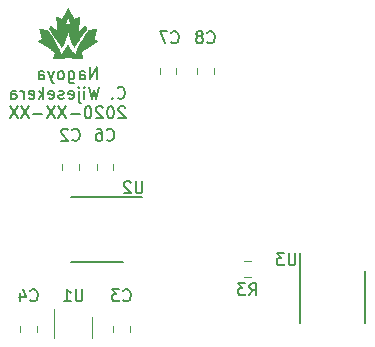
<source format=gbo>
G04 #@! TF.GenerationSoftware,KiCad,Pcbnew,(5.1.5)-3*
G04 #@! TF.CreationDate,2020-09-09T21:25:51-04:00*
G04 #@! TF.ProjectId,telemetry_breakout,74656c65-6d65-4747-9279-5f627265616b,rev?*
G04 #@! TF.SameCoordinates,Original*
G04 #@! TF.FileFunction,Legend,Bot*
G04 #@! TF.FilePolarity,Positive*
%FSLAX46Y46*%
G04 Gerber Fmt 4.6, Leading zero omitted, Abs format (unit mm)*
G04 Created by KiCad (PCBNEW (5.1.5)-3) date 2020-09-09 21:25:51*
%MOMM*%
%LPD*%
G04 APERTURE LIST*
%ADD10C,0.150000*%
%ADD11C,0.120000*%
%ADD12C,0.010000*%
G04 APERTURE END LIST*
D10*
X201637590Y-85035380D02*
X201637590Y-84035380D01*
X201066161Y-85035380D01*
X201066161Y-84035380D01*
X200161400Y-85035380D02*
X200161400Y-84511571D01*
X200209019Y-84416333D01*
X200304257Y-84368714D01*
X200494733Y-84368714D01*
X200589971Y-84416333D01*
X200161400Y-84987761D02*
X200256638Y-85035380D01*
X200494733Y-85035380D01*
X200589971Y-84987761D01*
X200637590Y-84892523D01*
X200637590Y-84797285D01*
X200589971Y-84702047D01*
X200494733Y-84654428D01*
X200256638Y-84654428D01*
X200161400Y-84606809D01*
X199256638Y-84368714D02*
X199256638Y-85178238D01*
X199304257Y-85273476D01*
X199351876Y-85321095D01*
X199447114Y-85368714D01*
X199589971Y-85368714D01*
X199685209Y-85321095D01*
X199256638Y-84987761D02*
X199351876Y-85035380D01*
X199542352Y-85035380D01*
X199637590Y-84987761D01*
X199685209Y-84940142D01*
X199732828Y-84844904D01*
X199732828Y-84559190D01*
X199685209Y-84463952D01*
X199637590Y-84416333D01*
X199542352Y-84368714D01*
X199351876Y-84368714D01*
X199256638Y-84416333D01*
X198637590Y-85035380D02*
X198732828Y-84987761D01*
X198780447Y-84940142D01*
X198828066Y-84844904D01*
X198828066Y-84559190D01*
X198780447Y-84463952D01*
X198732828Y-84416333D01*
X198637590Y-84368714D01*
X198494733Y-84368714D01*
X198399495Y-84416333D01*
X198351876Y-84463952D01*
X198304257Y-84559190D01*
X198304257Y-84844904D01*
X198351876Y-84940142D01*
X198399495Y-84987761D01*
X198494733Y-85035380D01*
X198637590Y-85035380D01*
X197970923Y-84368714D02*
X197732828Y-85035380D01*
X197494733Y-84368714D02*
X197732828Y-85035380D01*
X197828066Y-85273476D01*
X197875685Y-85321095D01*
X197970923Y-85368714D01*
X196685209Y-85035380D02*
X196685209Y-84511571D01*
X196732828Y-84416333D01*
X196828066Y-84368714D01*
X197018542Y-84368714D01*
X197113780Y-84416333D01*
X196685209Y-84987761D02*
X196780447Y-85035380D01*
X197018542Y-85035380D01*
X197113780Y-84987761D01*
X197161400Y-84892523D01*
X197161400Y-84797285D01*
X197113780Y-84702047D01*
X197018542Y-84654428D01*
X196780447Y-84654428D01*
X196685209Y-84606809D01*
X203375685Y-86590142D02*
X203423304Y-86637761D01*
X203566161Y-86685380D01*
X203661400Y-86685380D01*
X203804257Y-86637761D01*
X203899495Y-86542523D01*
X203947114Y-86447285D01*
X203994733Y-86256809D01*
X203994733Y-86113952D01*
X203947114Y-85923476D01*
X203899495Y-85828238D01*
X203804257Y-85733000D01*
X203661400Y-85685380D01*
X203566161Y-85685380D01*
X203423304Y-85733000D01*
X203375685Y-85780619D01*
X202947114Y-86590142D02*
X202899495Y-86637761D01*
X202947114Y-86685380D01*
X202994733Y-86637761D01*
X202947114Y-86590142D01*
X202947114Y-86685380D01*
X201804257Y-85685380D02*
X201566161Y-86685380D01*
X201375685Y-85971095D01*
X201185209Y-86685380D01*
X200947114Y-85685380D01*
X200566161Y-86685380D02*
X200566161Y-86018714D01*
X200566161Y-85685380D02*
X200613780Y-85733000D01*
X200566161Y-85780619D01*
X200518542Y-85733000D01*
X200566161Y-85685380D01*
X200566161Y-85780619D01*
X200089971Y-86018714D02*
X200089971Y-86875857D01*
X200137590Y-86971095D01*
X200232828Y-87018714D01*
X200280447Y-87018714D01*
X200089971Y-85685380D02*
X200137590Y-85733000D01*
X200089971Y-85780619D01*
X200042352Y-85733000D01*
X200089971Y-85685380D01*
X200089971Y-85780619D01*
X199232828Y-86637761D02*
X199328066Y-86685380D01*
X199518542Y-86685380D01*
X199613780Y-86637761D01*
X199661400Y-86542523D01*
X199661400Y-86161571D01*
X199613780Y-86066333D01*
X199518542Y-86018714D01*
X199328066Y-86018714D01*
X199232828Y-86066333D01*
X199185209Y-86161571D01*
X199185209Y-86256809D01*
X199661400Y-86352047D01*
X198804257Y-86637761D02*
X198709019Y-86685380D01*
X198518542Y-86685380D01*
X198423304Y-86637761D01*
X198375685Y-86542523D01*
X198375685Y-86494904D01*
X198423304Y-86399666D01*
X198518542Y-86352047D01*
X198661400Y-86352047D01*
X198756638Y-86304428D01*
X198804257Y-86209190D01*
X198804257Y-86161571D01*
X198756638Y-86066333D01*
X198661400Y-86018714D01*
X198518542Y-86018714D01*
X198423304Y-86066333D01*
X197566161Y-86637761D02*
X197661400Y-86685380D01*
X197851876Y-86685380D01*
X197947114Y-86637761D01*
X197994733Y-86542523D01*
X197994733Y-86161571D01*
X197947114Y-86066333D01*
X197851876Y-86018714D01*
X197661400Y-86018714D01*
X197566161Y-86066333D01*
X197518542Y-86161571D01*
X197518542Y-86256809D01*
X197994733Y-86352047D01*
X197089971Y-86685380D02*
X197089971Y-85685380D01*
X196994733Y-86304428D02*
X196709019Y-86685380D01*
X196709019Y-86018714D02*
X197089971Y-86399666D01*
X195899495Y-86637761D02*
X195994733Y-86685380D01*
X196185209Y-86685380D01*
X196280447Y-86637761D01*
X196328066Y-86542523D01*
X196328066Y-86161571D01*
X196280447Y-86066333D01*
X196185209Y-86018714D01*
X195994733Y-86018714D01*
X195899495Y-86066333D01*
X195851876Y-86161571D01*
X195851876Y-86256809D01*
X196328066Y-86352047D01*
X195423304Y-86685380D02*
X195423304Y-86018714D01*
X195423304Y-86209190D02*
X195375685Y-86113952D01*
X195328066Y-86066333D01*
X195232828Y-86018714D01*
X195137590Y-86018714D01*
X194375685Y-86685380D02*
X194375685Y-86161571D01*
X194423304Y-86066333D01*
X194518542Y-86018714D01*
X194709019Y-86018714D01*
X194804257Y-86066333D01*
X194375685Y-86637761D02*
X194470923Y-86685380D01*
X194709019Y-86685380D01*
X194804257Y-86637761D01*
X194851876Y-86542523D01*
X194851876Y-86447285D01*
X194804257Y-86352047D01*
X194709019Y-86304428D01*
X194470923Y-86304428D01*
X194375685Y-86256809D01*
X204018542Y-87430619D02*
X203970923Y-87383000D01*
X203875685Y-87335380D01*
X203637590Y-87335380D01*
X203542352Y-87383000D01*
X203494733Y-87430619D01*
X203447114Y-87525857D01*
X203447114Y-87621095D01*
X203494733Y-87763952D01*
X204066161Y-88335380D01*
X203447114Y-88335380D01*
X202828066Y-87335380D02*
X202732828Y-87335380D01*
X202637590Y-87383000D01*
X202589971Y-87430619D01*
X202542352Y-87525857D01*
X202494733Y-87716333D01*
X202494733Y-87954428D01*
X202542352Y-88144904D01*
X202589971Y-88240142D01*
X202637590Y-88287761D01*
X202732828Y-88335380D01*
X202828066Y-88335380D01*
X202923304Y-88287761D01*
X202970923Y-88240142D01*
X203018542Y-88144904D01*
X203066161Y-87954428D01*
X203066161Y-87716333D01*
X203018542Y-87525857D01*
X202970923Y-87430619D01*
X202923304Y-87383000D01*
X202828066Y-87335380D01*
X202113780Y-87430619D02*
X202066161Y-87383000D01*
X201970923Y-87335380D01*
X201732828Y-87335380D01*
X201637590Y-87383000D01*
X201589971Y-87430619D01*
X201542352Y-87525857D01*
X201542352Y-87621095D01*
X201589971Y-87763952D01*
X202161400Y-88335380D01*
X201542352Y-88335380D01*
X200923304Y-87335380D02*
X200828066Y-87335380D01*
X200732828Y-87383000D01*
X200685209Y-87430619D01*
X200637590Y-87525857D01*
X200589971Y-87716333D01*
X200589971Y-87954428D01*
X200637590Y-88144904D01*
X200685209Y-88240142D01*
X200732828Y-88287761D01*
X200828066Y-88335380D01*
X200923304Y-88335380D01*
X201018542Y-88287761D01*
X201066161Y-88240142D01*
X201113780Y-88144904D01*
X201161400Y-87954428D01*
X201161400Y-87716333D01*
X201113780Y-87525857D01*
X201066161Y-87430619D01*
X201018542Y-87383000D01*
X200923304Y-87335380D01*
X200161400Y-87954428D02*
X199399495Y-87954428D01*
X199018542Y-87335380D02*
X198351876Y-88335380D01*
X198351876Y-87335380D02*
X199018542Y-88335380D01*
X198066161Y-87335380D02*
X197399495Y-88335380D01*
X197399495Y-87335380D02*
X198066161Y-88335380D01*
X197018542Y-87954428D02*
X196256638Y-87954428D01*
X195875685Y-87335380D02*
X195209019Y-88335380D01*
X195209019Y-87335380D02*
X195875685Y-88335380D01*
X194923304Y-87335380D02*
X194256638Y-88335380D01*
X194256638Y-87335380D02*
X194923304Y-88335380D01*
D11*
X214637252Y-101802000D02*
X214114748Y-101802000D01*
X214637252Y-100382000D02*
X214114748Y-100382000D01*
X210110000Y-84589252D02*
X210110000Y-84066748D01*
X211530000Y-84589252D02*
X211530000Y-84066748D01*
X206935000Y-84589252D02*
X206935000Y-84066748D01*
X208355000Y-84589252D02*
X208355000Y-84066748D01*
D12*
G36*
X199153486Y-79050905D02*
G01*
X199142884Y-79068069D01*
X199126667Y-79095494D01*
X199105383Y-79132215D01*
X199079583Y-79177269D01*
X199049817Y-79229690D01*
X199016635Y-79288515D01*
X198980587Y-79352778D01*
X198942224Y-79421517D01*
X198908953Y-79481394D01*
X198869031Y-79553367D01*
X198831002Y-79621895D01*
X198795417Y-79685988D01*
X198762826Y-79744656D01*
X198733781Y-79796908D01*
X198708831Y-79841755D01*
X198688527Y-79878205D01*
X198673420Y-79905270D01*
X198664061Y-79921958D01*
X198661066Y-79927197D01*
X198656843Y-79928601D01*
X198646990Y-79926950D01*
X198630487Y-79921851D01*
X198606310Y-79912909D01*
X198573438Y-79899728D01*
X198530849Y-79881916D01*
X198477520Y-79859076D01*
X198420617Y-79834385D01*
X198367171Y-79811260D01*
X198317767Y-79790198D01*
X198273845Y-79771790D01*
X198236843Y-79756625D01*
X198208201Y-79745293D01*
X198189357Y-79738382D01*
X198181749Y-79736482D01*
X198181700Y-79736517D01*
X198181720Y-79743923D01*
X198183005Y-79764208D01*
X198185470Y-79796399D01*
X198189029Y-79839522D01*
X198193595Y-79892605D01*
X198199082Y-79954673D01*
X198205405Y-80024755D01*
X198212476Y-80101876D01*
X198220210Y-80185064D01*
X198228520Y-80273345D01*
X198237320Y-80365747D01*
X198238794Y-80381113D01*
X198247679Y-80474058D01*
X198256118Y-80563014D01*
X198264021Y-80647010D01*
X198271301Y-80725077D01*
X198277868Y-80796244D01*
X198283636Y-80859541D01*
X198288515Y-80913998D01*
X198292417Y-80958643D01*
X198295254Y-80992507D01*
X198296938Y-81014619D01*
X198297380Y-81024010D01*
X198297327Y-81024269D01*
X198291748Y-81020311D01*
X198276712Y-81007887D01*
X198253143Y-80987803D01*
X198221966Y-80960863D01*
X198184104Y-80927873D01*
X198140482Y-80889636D01*
X198092024Y-80846959D01*
X198039655Y-80800646D01*
X197993339Y-80759540D01*
X197938292Y-80710694D01*
X197886300Y-80664723D01*
X197838300Y-80622445D01*
X197795226Y-80584676D01*
X197758015Y-80552233D01*
X197727603Y-80525931D01*
X197704925Y-80506587D01*
X197690918Y-80495018D01*
X197686547Y-80491905D01*
X197684422Y-80493463D01*
X197681158Y-80498908D01*
X197676301Y-80509398D01*
X197669399Y-80526089D01*
X197659999Y-80550138D01*
X197647649Y-80582702D01*
X197631897Y-80624939D01*
X197612289Y-80678004D01*
X197589647Y-80739583D01*
X197568973Y-80795892D01*
X197628274Y-80864302D01*
X197704784Y-80954806D01*
X197785033Y-81053895D01*
X197867896Y-81159960D01*
X197952247Y-81271391D01*
X198036960Y-81386578D01*
X198120910Y-81503911D01*
X198202971Y-81621779D01*
X198282018Y-81738573D01*
X198356924Y-81852683D01*
X198426564Y-81962499D01*
X198489813Y-82066410D01*
X198545544Y-82162807D01*
X198579208Y-82224437D01*
X198616999Y-82295623D01*
X198639955Y-82262258D01*
X198683716Y-82193895D01*
X198729061Y-82114222D01*
X198774900Y-82025587D01*
X198820143Y-81930337D01*
X198863698Y-81830821D01*
X198904475Y-81729387D01*
X198941384Y-81628383D01*
X198959592Y-81574014D01*
X198992425Y-81466980D01*
X199025289Y-81349397D01*
X199057355Y-81224606D01*
X199087795Y-81095948D01*
X199115781Y-80966766D01*
X199137554Y-80856197D01*
X199157271Y-80750764D01*
X199193096Y-80929266D01*
X199232687Y-81115152D01*
X199274393Y-81288290D01*
X199318590Y-81449738D01*
X199365653Y-81600556D01*
X199415957Y-81741803D01*
X199469878Y-81874539D01*
X199527791Y-81999822D01*
X199590070Y-82118714D01*
X199651131Y-82222689D01*
X199667756Y-82249104D01*
X199681968Y-82270856D01*
X199692043Y-82285356D01*
X199695954Y-82289989D01*
X199701119Y-82285639D01*
X199710734Y-82271340D01*
X199723163Y-82249659D01*
X199730437Y-82235849D01*
X199770885Y-82160484D01*
X199819509Y-82076061D01*
X199875321Y-81983995D01*
X199937334Y-81885702D01*
X200004559Y-81782597D01*
X200076009Y-81676097D01*
X200150696Y-81567616D01*
X200227631Y-81458572D01*
X200305826Y-81350379D01*
X200384294Y-81244454D01*
X200462047Y-81142213D01*
X200538096Y-81045070D01*
X200611453Y-80954442D01*
X200681131Y-80871745D01*
X200687567Y-80864302D01*
X200746867Y-80795892D01*
X200726194Y-80739583D01*
X200702496Y-80675136D01*
X200683084Y-80622618D01*
X200667508Y-80580874D01*
X200655315Y-80548748D01*
X200646053Y-80525082D01*
X200639270Y-80508722D01*
X200634514Y-80498510D01*
X200631333Y-80493291D01*
X200629368Y-80491905D01*
X200623278Y-80496401D01*
X200607736Y-80509345D01*
X200583680Y-80529921D01*
X200552045Y-80557313D01*
X200513766Y-80590706D01*
X200469780Y-80629283D01*
X200421022Y-80672228D01*
X200368429Y-80718726D01*
X200322499Y-80759462D01*
X200267536Y-80808191D01*
X200215713Y-80853962D01*
X200167954Y-80895973D01*
X200125182Y-80933418D01*
X200088322Y-80965492D01*
X200058298Y-80991390D01*
X200036034Y-81010309D01*
X200022455Y-81021444D01*
X200018436Y-81024192D01*
X200018675Y-81017009D01*
X200020170Y-80996944D01*
X200022833Y-80964966D01*
X200026575Y-80922047D01*
X200031307Y-80869155D01*
X200036941Y-80807261D01*
X200043389Y-80737336D01*
X200050562Y-80660350D01*
X200058373Y-80577272D01*
X200066731Y-80489073D01*
X200067811Y-80477759D01*
X199410780Y-80477759D01*
X199408237Y-80478501D01*
X199398012Y-80470970D01*
X199382232Y-80456764D01*
X199380190Y-80454806D01*
X199355572Y-80434313D01*
X199324982Y-80413308D01*
X199297098Y-80397429D01*
X199234988Y-80373844D01*
X199171939Y-80363774D01*
X199109327Y-80367010D01*
X199048528Y-80383343D01*
X198990919Y-80412563D01*
X198940948Y-80451553D01*
X198923138Y-80467419D01*
X198910496Y-80477124D01*
X198905108Y-80479124D01*
X198905219Y-80477987D01*
X198907903Y-80469617D01*
X198914353Y-80449151D01*
X198924196Y-80417781D01*
X198937059Y-80376698D01*
X198952570Y-80327096D01*
X198970356Y-80270164D01*
X198990043Y-80207097D01*
X199011260Y-80139085D01*
X199032520Y-80070891D01*
X199054753Y-79999600D01*
X199075742Y-79932371D01*
X199095127Y-79870361D01*
X199112543Y-79814728D01*
X199127629Y-79766628D01*
X199140020Y-79727219D01*
X199149354Y-79697658D01*
X199155269Y-79679103D01*
X199157396Y-79672712D01*
X199159630Y-79678888D01*
X199165635Y-79697210D01*
X199175048Y-79726536D01*
X199187509Y-79765722D01*
X199202655Y-79813624D01*
X199220126Y-79869100D01*
X199239559Y-79931005D01*
X199260593Y-79998196D01*
X199282817Y-80069370D01*
X199305199Y-80141109D01*
X199326409Y-80209032D01*
X199346076Y-80271951D01*
X199363827Y-80328677D01*
X199379288Y-80378021D01*
X199392089Y-80418795D01*
X199401856Y-80449811D01*
X199408217Y-80469879D01*
X199410780Y-80477759D01*
X200067811Y-80477759D01*
X200075550Y-80396724D01*
X200077047Y-80381113D01*
X200085918Y-80288131D01*
X200094312Y-80199110D01*
X200102143Y-80115023D01*
X200109324Y-80036843D01*
X200115769Y-79965543D01*
X200121392Y-79902098D01*
X200126107Y-79847479D01*
X200129828Y-79802661D01*
X200132469Y-79768617D01*
X200133943Y-79746320D01*
X200134165Y-79736742D01*
X200134077Y-79736454D01*
X200126914Y-79738128D01*
X200108462Y-79744832D01*
X200080164Y-79755974D01*
X200043462Y-79770966D01*
X199999801Y-79789218D01*
X199950625Y-79810139D01*
X199897376Y-79833139D01*
X199896275Y-79833618D01*
X199843014Y-79856770D01*
X199793894Y-79878069D01*
X199750347Y-79896899D01*
X199713804Y-79912642D01*
X199685695Y-79924683D01*
X199667451Y-79932405D01*
X199660505Y-79935191D01*
X199660491Y-79935192D01*
X199656815Y-79929261D01*
X199646940Y-79912103D01*
X199631398Y-79884672D01*
X199610723Y-79847922D01*
X199585448Y-79802806D01*
X199556107Y-79750279D01*
X199523233Y-79691293D01*
X199487360Y-79626804D01*
X199449022Y-79557763D01*
X199411489Y-79490066D01*
X199371251Y-79417606D01*
X199332868Y-79348811D01*
X199296884Y-79284636D01*
X199263842Y-79226036D01*
X199234287Y-79173967D01*
X199208762Y-79129382D01*
X199187813Y-79093238D01*
X199171982Y-79066489D01*
X199161815Y-79050091D01*
X199157920Y-79044967D01*
X199153486Y-79050905D01*
G37*
X199153486Y-79050905D02*
X199142884Y-79068069D01*
X199126667Y-79095494D01*
X199105383Y-79132215D01*
X199079583Y-79177269D01*
X199049817Y-79229690D01*
X199016635Y-79288515D01*
X198980587Y-79352778D01*
X198942224Y-79421517D01*
X198908953Y-79481394D01*
X198869031Y-79553367D01*
X198831002Y-79621895D01*
X198795417Y-79685988D01*
X198762826Y-79744656D01*
X198733781Y-79796908D01*
X198708831Y-79841755D01*
X198688527Y-79878205D01*
X198673420Y-79905270D01*
X198664061Y-79921958D01*
X198661066Y-79927197D01*
X198656843Y-79928601D01*
X198646990Y-79926950D01*
X198630487Y-79921851D01*
X198606310Y-79912909D01*
X198573438Y-79899728D01*
X198530849Y-79881916D01*
X198477520Y-79859076D01*
X198420617Y-79834385D01*
X198367171Y-79811260D01*
X198317767Y-79790198D01*
X198273845Y-79771790D01*
X198236843Y-79756625D01*
X198208201Y-79745293D01*
X198189357Y-79738382D01*
X198181749Y-79736482D01*
X198181700Y-79736517D01*
X198181720Y-79743923D01*
X198183005Y-79764208D01*
X198185470Y-79796399D01*
X198189029Y-79839522D01*
X198193595Y-79892605D01*
X198199082Y-79954673D01*
X198205405Y-80024755D01*
X198212476Y-80101876D01*
X198220210Y-80185064D01*
X198228520Y-80273345D01*
X198237320Y-80365747D01*
X198238794Y-80381113D01*
X198247679Y-80474058D01*
X198256118Y-80563014D01*
X198264021Y-80647010D01*
X198271301Y-80725077D01*
X198277868Y-80796244D01*
X198283636Y-80859541D01*
X198288515Y-80913998D01*
X198292417Y-80958643D01*
X198295254Y-80992507D01*
X198296938Y-81014619D01*
X198297380Y-81024010D01*
X198297327Y-81024269D01*
X198291748Y-81020311D01*
X198276712Y-81007887D01*
X198253143Y-80987803D01*
X198221966Y-80960863D01*
X198184104Y-80927873D01*
X198140482Y-80889636D01*
X198092024Y-80846959D01*
X198039655Y-80800646D01*
X197993339Y-80759540D01*
X197938292Y-80710694D01*
X197886300Y-80664723D01*
X197838300Y-80622445D01*
X197795226Y-80584676D01*
X197758015Y-80552233D01*
X197727603Y-80525931D01*
X197704925Y-80506587D01*
X197690918Y-80495018D01*
X197686547Y-80491905D01*
X197684422Y-80493463D01*
X197681158Y-80498908D01*
X197676301Y-80509398D01*
X197669399Y-80526089D01*
X197659999Y-80550138D01*
X197647649Y-80582702D01*
X197631897Y-80624939D01*
X197612289Y-80678004D01*
X197589647Y-80739583D01*
X197568973Y-80795892D01*
X197628274Y-80864302D01*
X197704784Y-80954806D01*
X197785033Y-81053895D01*
X197867896Y-81159960D01*
X197952247Y-81271391D01*
X198036960Y-81386578D01*
X198120910Y-81503911D01*
X198202971Y-81621779D01*
X198282018Y-81738573D01*
X198356924Y-81852683D01*
X198426564Y-81962499D01*
X198489813Y-82066410D01*
X198545544Y-82162807D01*
X198579208Y-82224437D01*
X198616999Y-82295623D01*
X198639955Y-82262258D01*
X198683716Y-82193895D01*
X198729061Y-82114222D01*
X198774900Y-82025587D01*
X198820143Y-81930337D01*
X198863698Y-81830821D01*
X198904475Y-81729387D01*
X198941384Y-81628383D01*
X198959592Y-81574014D01*
X198992425Y-81466980D01*
X199025289Y-81349397D01*
X199057355Y-81224606D01*
X199087795Y-81095948D01*
X199115781Y-80966766D01*
X199137554Y-80856197D01*
X199157271Y-80750764D01*
X199193096Y-80929266D01*
X199232687Y-81115152D01*
X199274393Y-81288290D01*
X199318590Y-81449738D01*
X199365653Y-81600556D01*
X199415957Y-81741803D01*
X199469878Y-81874539D01*
X199527791Y-81999822D01*
X199590070Y-82118714D01*
X199651131Y-82222689D01*
X199667756Y-82249104D01*
X199681968Y-82270856D01*
X199692043Y-82285356D01*
X199695954Y-82289989D01*
X199701119Y-82285639D01*
X199710734Y-82271340D01*
X199723163Y-82249659D01*
X199730437Y-82235849D01*
X199770885Y-82160484D01*
X199819509Y-82076061D01*
X199875321Y-81983995D01*
X199937334Y-81885702D01*
X200004559Y-81782597D01*
X200076009Y-81676097D01*
X200150696Y-81567616D01*
X200227631Y-81458572D01*
X200305826Y-81350379D01*
X200384294Y-81244454D01*
X200462047Y-81142213D01*
X200538096Y-81045070D01*
X200611453Y-80954442D01*
X200681131Y-80871745D01*
X200687567Y-80864302D01*
X200746867Y-80795892D01*
X200726194Y-80739583D01*
X200702496Y-80675136D01*
X200683084Y-80622618D01*
X200667508Y-80580874D01*
X200655315Y-80548748D01*
X200646053Y-80525082D01*
X200639270Y-80508722D01*
X200634514Y-80498510D01*
X200631333Y-80493291D01*
X200629368Y-80491905D01*
X200623278Y-80496401D01*
X200607736Y-80509345D01*
X200583680Y-80529921D01*
X200552045Y-80557313D01*
X200513766Y-80590706D01*
X200469780Y-80629283D01*
X200421022Y-80672228D01*
X200368429Y-80718726D01*
X200322499Y-80759462D01*
X200267536Y-80808191D01*
X200215713Y-80853962D01*
X200167954Y-80895973D01*
X200125182Y-80933418D01*
X200088322Y-80965492D01*
X200058298Y-80991390D01*
X200036034Y-81010309D01*
X200022455Y-81021444D01*
X200018436Y-81024192D01*
X200018675Y-81017009D01*
X200020170Y-80996944D01*
X200022833Y-80964966D01*
X200026575Y-80922047D01*
X200031307Y-80869155D01*
X200036941Y-80807261D01*
X200043389Y-80737336D01*
X200050562Y-80660350D01*
X200058373Y-80577272D01*
X200066731Y-80489073D01*
X200067811Y-80477759D01*
X199410780Y-80477759D01*
X199408237Y-80478501D01*
X199398012Y-80470970D01*
X199382232Y-80456764D01*
X199380190Y-80454806D01*
X199355572Y-80434313D01*
X199324982Y-80413308D01*
X199297098Y-80397429D01*
X199234988Y-80373844D01*
X199171939Y-80363774D01*
X199109327Y-80367010D01*
X199048528Y-80383343D01*
X198990919Y-80412563D01*
X198940948Y-80451553D01*
X198923138Y-80467419D01*
X198910496Y-80477124D01*
X198905108Y-80479124D01*
X198905219Y-80477987D01*
X198907903Y-80469617D01*
X198914353Y-80449151D01*
X198924196Y-80417781D01*
X198937059Y-80376698D01*
X198952570Y-80327096D01*
X198970356Y-80270164D01*
X198990043Y-80207097D01*
X199011260Y-80139085D01*
X199032520Y-80070891D01*
X199054753Y-79999600D01*
X199075742Y-79932371D01*
X199095127Y-79870361D01*
X199112543Y-79814728D01*
X199127629Y-79766628D01*
X199140020Y-79727219D01*
X199149354Y-79697658D01*
X199155269Y-79679103D01*
X199157396Y-79672712D01*
X199159630Y-79678888D01*
X199165635Y-79697210D01*
X199175048Y-79726536D01*
X199187509Y-79765722D01*
X199202655Y-79813624D01*
X199220126Y-79869100D01*
X199239559Y-79931005D01*
X199260593Y-79998196D01*
X199282817Y-80069370D01*
X199305199Y-80141109D01*
X199326409Y-80209032D01*
X199346076Y-80271951D01*
X199363827Y-80328677D01*
X199379288Y-80378021D01*
X199392089Y-80418795D01*
X199401856Y-80449811D01*
X199408217Y-80469879D01*
X199410780Y-80477759D01*
X200067811Y-80477759D01*
X200075550Y-80396724D01*
X200077047Y-80381113D01*
X200085918Y-80288131D01*
X200094312Y-80199110D01*
X200102143Y-80115023D01*
X200109324Y-80036843D01*
X200115769Y-79965543D01*
X200121392Y-79902098D01*
X200126107Y-79847479D01*
X200129828Y-79802661D01*
X200132469Y-79768617D01*
X200133943Y-79746320D01*
X200134165Y-79736742D01*
X200134077Y-79736454D01*
X200126914Y-79738128D01*
X200108462Y-79744832D01*
X200080164Y-79755974D01*
X200043462Y-79770966D01*
X199999801Y-79789218D01*
X199950625Y-79810139D01*
X199897376Y-79833139D01*
X199896275Y-79833618D01*
X199843014Y-79856770D01*
X199793894Y-79878069D01*
X199750347Y-79896899D01*
X199713804Y-79912642D01*
X199685695Y-79924683D01*
X199667451Y-79932405D01*
X199660505Y-79935191D01*
X199660491Y-79935192D01*
X199656815Y-79929261D01*
X199646940Y-79912103D01*
X199631398Y-79884672D01*
X199610723Y-79847922D01*
X199585448Y-79802806D01*
X199556107Y-79750279D01*
X199523233Y-79691293D01*
X199487360Y-79626804D01*
X199449022Y-79557763D01*
X199411489Y-79490066D01*
X199371251Y-79417606D01*
X199332868Y-79348811D01*
X199296884Y-79284636D01*
X199263842Y-79226036D01*
X199234287Y-79173967D01*
X199208762Y-79129382D01*
X199187813Y-79093238D01*
X199171982Y-79066489D01*
X199161815Y-79050091D01*
X199157920Y-79044967D01*
X199153486Y-79050905D01*
G36*
X201560703Y-80746970D02*
G01*
X201541367Y-80750400D01*
X201511048Y-80756030D01*
X201471081Y-80763605D01*
X201422801Y-80772871D01*
X201367541Y-80783572D01*
X201306638Y-80795455D01*
X201241424Y-80808263D01*
X201240306Y-80808484D01*
X201159723Y-80824474D01*
X201091925Y-80838182D01*
X201036004Y-80849815D01*
X200991052Y-80859580D01*
X200956161Y-80867683D01*
X200930422Y-80874330D01*
X200912926Y-80879729D01*
X200902767Y-80884085D01*
X200900298Y-80885804D01*
X200887826Y-80899227D01*
X200868674Y-80922656D01*
X200843953Y-80954566D01*
X200814776Y-80993433D01*
X200782256Y-81037732D01*
X200747504Y-81085937D01*
X200711633Y-81136524D01*
X200675756Y-81187969D01*
X200640985Y-81238745D01*
X200619127Y-81271234D01*
X200515858Y-81430334D01*
X200414681Y-81594776D01*
X200316746Y-81762429D01*
X200223201Y-81931163D01*
X200135198Y-82098847D01*
X200053887Y-82263352D01*
X199980416Y-82422546D01*
X199916618Y-82572617D01*
X199900534Y-82613630D01*
X199883050Y-82660438D01*
X199864989Y-82710618D01*
X199847170Y-82761749D01*
X199830413Y-82811409D01*
X199815540Y-82857176D01*
X199803370Y-82896629D01*
X199794724Y-82927346D01*
X199791011Y-82943372D01*
X199786753Y-82960015D01*
X199782280Y-82968845D01*
X199781323Y-82969274D01*
X199774646Y-82964234D01*
X199760328Y-82950142D01*
X199739754Y-82928541D01*
X199714312Y-82900973D01*
X199685384Y-82868981D01*
X199654358Y-82834108D01*
X199622618Y-82797897D01*
X199591549Y-82761889D01*
X199562536Y-82727628D01*
X199541351Y-82702040D01*
X199476469Y-82620140D01*
X199416720Y-82539123D01*
X199359983Y-82455812D01*
X199304132Y-82367035D01*
X199247046Y-82269615D01*
X199220588Y-82222471D01*
X199200887Y-82187757D01*
X199183234Y-82158166D01*
X199168780Y-82135505D01*
X199158672Y-82121579D01*
X199154141Y-82118088D01*
X199148874Y-82126146D01*
X199138557Y-82143848D01*
X199124695Y-82168556D01*
X199109222Y-82196836D01*
X199032311Y-82332716D01*
X198954153Y-82457810D01*
X198872690Y-82575225D01*
X198785863Y-82688070D01*
X198775063Y-82701357D01*
X198748619Y-82733211D01*
X198719016Y-82768040D01*
X198687633Y-82804306D01*
X198655855Y-82840468D01*
X198625061Y-82874989D01*
X198596634Y-82906329D01*
X198571955Y-82932948D01*
X198552408Y-82953309D01*
X198539372Y-82965872D01*
X198534517Y-82969274D01*
X198530271Y-82963181D01*
X198525790Y-82948069D01*
X198524829Y-82943372D01*
X198519414Y-82920926D01*
X198509851Y-82887900D01*
X198496960Y-82846717D01*
X198481562Y-82799799D01*
X198464476Y-82749567D01*
X198446524Y-82698443D01*
X198428527Y-82648849D01*
X198411303Y-82603206D01*
X198399222Y-82572617D01*
X198335908Y-82423701D01*
X198263741Y-82267261D01*
X198183882Y-82105442D01*
X198097488Y-81940390D01*
X198005717Y-81774251D01*
X197909728Y-81609171D01*
X197810678Y-81447296D01*
X197709725Y-81290772D01*
X197697405Y-81272251D01*
X197664022Y-81222822D01*
X197628789Y-81171694D01*
X197592815Y-81120389D01*
X197557212Y-81070430D01*
X197523088Y-81023339D01*
X197491555Y-80980639D01*
X197463722Y-80943854D01*
X197440700Y-80914504D01*
X197423598Y-80894114D01*
X197415847Y-80886079D01*
X197408494Y-80882111D01*
X197393609Y-80877066D01*
X197370343Y-80870752D01*
X197337848Y-80862977D01*
X197295276Y-80853547D01*
X197241776Y-80842271D01*
X197176502Y-80828955D01*
X197098605Y-80813407D01*
X197075839Y-80808908D01*
X197010534Y-80796064D01*
X196949516Y-80784137D01*
X196894119Y-80773382D01*
X196845676Y-80764055D01*
X196805522Y-80756412D01*
X196774991Y-80750708D01*
X196755415Y-80747198D01*
X196748129Y-80746137D01*
X196748118Y-80746143D01*
X196749529Y-80752843D01*
X196754043Y-80771646D01*
X196761308Y-80801171D01*
X196770976Y-80840039D01*
X196782696Y-80886869D01*
X196796118Y-80940282D01*
X196810891Y-80998897D01*
X196826667Y-81061334D01*
X196843093Y-81126214D01*
X196859821Y-81192155D01*
X196876501Y-81257779D01*
X196892781Y-81321704D01*
X196908313Y-81382551D01*
X196922745Y-81438940D01*
X196935728Y-81489491D01*
X196946912Y-81532823D01*
X196955946Y-81567557D01*
X196962480Y-81592312D01*
X196966165Y-81605708D01*
X196966324Y-81606241D01*
X196964635Y-81611541D01*
X196956332Y-81619598D01*
X196940341Y-81631116D01*
X196915585Y-81646804D01*
X196880987Y-81667366D01*
X196835471Y-81693511D01*
X196819935Y-81702317D01*
X196778705Y-81725840D01*
X196741816Y-81747285D01*
X196710906Y-81765666D01*
X196687614Y-81779997D01*
X196673579Y-81789294D01*
X196670112Y-81792400D01*
X196675825Y-81796811D01*
X196692491Y-81808347D01*
X196719397Y-81826538D01*
X196755833Y-81850913D01*
X196801088Y-81881004D01*
X196854450Y-81916340D01*
X196915208Y-81956452D01*
X196982651Y-82000870D01*
X197056068Y-82049125D01*
X197134747Y-82100746D01*
X197217977Y-82155264D01*
X197305048Y-82212210D01*
X197372881Y-82256515D01*
X197462391Y-82315002D01*
X197548600Y-82371441D01*
X197630795Y-82425360D01*
X197708264Y-82476288D01*
X197780297Y-82523752D01*
X197846182Y-82567282D01*
X197905206Y-82606407D01*
X197956659Y-82640654D01*
X197999828Y-82669551D01*
X198034002Y-82692629D01*
X198058470Y-82709414D01*
X198072519Y-82719436D01*
X198075791Y-82722233D01*
X198073783Y-82730185D01*
X198067995Y-82749948D01*
X198058873Y-82780073D01*
X198046863Y-82819109D01*
X198032413Y-82865609D01*
X198015970Y-82918123D01*
X197997979Y-82975200D01*
X197991501Y-82995667D01*
X197973213Y-83053842D01*
X197956509Y-83107858D01*
X197941812Y-83156284D01*
X197929542Y-83197691D01*
X197920121Y-83230649D01*
X197913972Y-83253726D01*
X197911515Y-83265494D01*
X197911610Y-83266681D01*
X197919034Y-83266537D01*
X197939289Y-83264817D01*
X197971388Y-83261631D01*
X198014348Y-83257090D01*
X198067183Y-83251305D01*
X198128909Y-83244385D01*
X198198539Y-83236441D01*
X198275091Y-83227584D01*
X198357577Y-83217924D01*
X198445014Y-83207571D01*
X198536417Y-83196637D01*
X198537035Y-83196562D01*
X199157920Y-83121904D01*
X199766082Y-83195206D01*
X199856879Y-83206127D01*
X199943941Y-83216557D01*
X200026246Y-83226374D01*
X200102772Y-83235460D01*
X200172498Y-83243694D01*
X200234403Y-83250956D01*
X200287465Y-83257126D01*
X200330662Y-83262085D01*
X200362973Y-83265712D01*
X200383376Y-83267888D01*
X200390644Y-83268507D01*
X200403243Y-83266419D01*
X200407044Y-83262732D01*
X200405006Y-83255038D01*
X200399192Y-83235534D01*
X200390052Y-83205669D01*
X200378036Y-83166894D01*
X200363594Y-83120658D01*
X200347177Y-83068412D01*
X200329233Y-83011605D01*
X200323537Y-82993631D01*
X200305207Y-82935644D01*
X200288271Y-82881704D01*
X200273179Y-82833273D01*
X200260382Y-82791814D01*
X200250330Y-82758788D01*
X200243474Y-82735658D01*
X200240265Y-82723887D01*
X200240080Y-82722790D01*
X200245801Y-82718101D01*
X200262477Y-82706295D01*
X200289396Y-82687844D01*
X200325847Y-82663220D01*
X200371117Y-82632894D01*
X200424497Y-82597340D01*
X200485273Y-82557028D01*
X200552735Y-82512433D01*
X200626171Y-82464025D01*
X200704870Y-82412276D01*
X200788119Y-82357660D01*
X200875208Y-82300648D01*
X200942929Y-82256395D01*
X201032425Y-82197918D01*
X201118619Y-82141516D01*
X201200798Y-82087658D01*
X201278252Y-82036814D01*
X201350270Y-81989454D01*
X201416141Y-81946047D01*
X201475154Y-81907064D01*
X201526597Y-81872972D01*
X201569759Y-81844244D01*
X201603929Y-81821346D01*
X201628397Y-81804751D01*
X201642450Y-81794926D01*
X201645728Y-81792280D01*
X201639924Y-81787556D01*
X201623603Y-81777037D01*
X201598405Y-81761707D01*
X201565968Y-81742550D01*
X201527932Y-81720549D01*
X201495906Y-81702317D01*
X201446992Y-81674406D01*
X201409311Y-81652284D01*
X201381787Y-81635243D01*
X201363343Y-81622578D01*
X201352903Y-81613582D01*
X201349390Y-81607548D01*
X201349516Y-81606241D01*
X201352984Y-81593724D01*
X201359326Y-81569746D01*
X201368193Y-81535687D01*
X201379235Y-81492928D01*
X201392101Y-81442849D01*
X201406441Y-81386829D01*
X201421905Y-81326250D01*
X201438144Y-81262492D01*
X201454807Y-81196934D01*
X201471543Y-81130957D01*
X201488004Y-81065941D01*
X201503838Y-81003267D01*
X201518695Y-80944314D01*
X201532227Y-80890463D01*
X201544081Y-80843094D01*
X201553909Y-80803588D01*
X201561360Y-80773324D01*
X201566085Y-80753682D01*
X201567732Y-80746044D01*
X201567723Y-80745994D01*
X201560703Y-80746970D01*
G37*
X201560703Y-80746970D02*
X201541367Y-80750400D01*
X201511048Y-80756030D01*
X201471081Y-80763605D01*
X201422801Y-80772871D01*
X201367541Y-80783572D01*
X201306638Y-80795455D01*
X201241424Y-80808263D01*
X201240306Y-80808484D01*
X201159723Y-80824474D01*
X201091925Y-80838182D01*
X201036004Y-80849815D01*
X200991052Y-80859580D01*
X200956161Y-80867683D01*
X200930422Y-80874330D01*
X200912926Y-80879729D01*
X200902767Y-80884085D01*
X200900298Y-80885804D01*
X200887826Y-80899227D01*
X200868674Y-80922656D01*
X200843953Y-80954566D01*
X200814776Y-80993433D01*
X200782256Y-81037732D01*
X200747504Y-81085937D01*
X200711633Y-81136524D01*
X200675756Y-81187969D01*
X200640985Y-81238745D01*
X200619127Y-81271234D01*
X200515858Y-81430334D01*
X200414681Y-81594776D01*
X200316746Y-81762429D01*
X200223201Y-81931163D01*
X200135198Y-82098847D01*
X200053887Y-82263352D01*
X199980416Y-82422546D01*
X199916618Y-82572617D01*
X199900534Y-82613630D01*
X199883050Y-82660438D01*
X199864989Y-82710618D01*
X199847170Y-82761749D01*
X199830413Y-82811409D01*
X199815540Y-82857176D01*
X199803370Y-82896629D01*
X199794724Y-82927346D01*
X199791011Y-82943372D01*
X199786753Y-82960015D01*
X199782280Y-82968845D01*
X199781323Y-82969274D01*
X199774646Y-82964234D01*
X199760328Y-82950142D01*
X199739754Y-82928541D01*
X199714312Y-82900973D01*
X199685384Y-82868981D01*
X199654358Y-82834108D01*
X199622618Y-82797897D01*
X199591549Y-82761889D01*
X199562536Y-82727628D01*
X199541351Y-82702040D01*
X199476469Y-82620140D01*
X199416720Y-82539123D01*
X199359983Y-82455812D01*
X199304132Y-82367035D01*
X199247046Y-82269615D01*
X199220588Y-82222471D01*
X199200887Y-82187757D01*
X199183234Y-82158166D01*
X199168780Y-82135505D01*
X199158672Y-82121579D01*
X199154141Y-82118088D01*
X199148874Y-82126146D01*
X199138557Y-82143848D01*
X199124695Y-82168556D01*
X199109222Y-82196836D01*
X199032311Y-82332716D01*
X198954153Y-82457810D01*
X198872690Y-82575225D01*
X198785863Y-82688070D01*
X198775063Y-82701357D01*
X198748619Y-82733211D01*
X198719016Y-82768040D01*
X198687633Y-82804306D01*
X198655855Y-82840468D01*
X198625061Y-82874989D01*
X198596634Y-82906329D01*
X198571955Y-82932948D01*
X198552408Y-82953309D01*
X198539372Y-82965872D01*
X198534517Y-82969274D01*
X198530271Y-82963181D01*
X198525790Y-82948069D01*
X198524829Y-82943372D01*
X198519414Y-82920926D01*
X198509851Y-82887900D01*
X198496960Y-82846717D01*
X198481562Y-82799799D01*
X198464476Y-82749567D01*
X198446524Y-82698443D01*
X198428527Y-82648849D01*
X198411303Y-82603206D01*
X198399222Y-82572617D01*
X198335908Y-82423701D01*
X198263741Y-82267261D01*
X198183882Y-82105442D01*
X198097488Y-81940390D01*
X198005717Y-81774251D01*
X197909728Y-81609171D01*
X197810678Y-81447296D01*
X197709725Y-81290772D01*
X197697405Y-81272251D01*
X197664022Y-81222822D01*
X197628789Y-81171694D01*
X197592815Y-81120389D01*
X197557212Y-81070430D01*
X197523088Y-81023339D01*
X197491555Y-80980639D01*
X197463722Y-80943854D01*
X197440700Y-80914504D01*
X197423598Y-80894114D01*
X197415847Y-80886079D01*
X197408494Y-80882111D01*
X197393609Y-80877066D01*
X197370343Y-80870752D01*
X197337848Y-80862977D01*
X197295276Y-80853547D01*
X197241776Y-80842271D01*
X197176502Y-80828955D01*
X197098605Y-80813407D01*
X197075839Y-80808908D01*
X197010534Y-80796064D01*
X196949516Y-80784137D01*
X196894119Y-80773382D01*
X196845676Y-80764055D01*
X196805522Y-80756412D01*
X196774991Y-80750708D01*
X196755415Y-80747198D01*
X196748129Y-80746137D01*
X196748118Y-80746143D01*
X196749529Y-80752843D01*
X196754043Y-80771646D01*
X196761308Y-80801171D01*
X196770976Y-80840039D01*
X196782696Y-80886869D01*
X196796118Y-80940282D01*
X196810891Y-80998897D01*
X196826667Y-81061334D01*
X196843093Y-81126214D01*
X196859821Y-81192155D01*
X196876501Y-81257779D01*
X196892781Y-81321704D01*
X196908313Y-81382551D01*
X196922745Y-81438940D01*
X196935728Y-81489491D01*
X196946912Y-81532823D01*
X196955946Y-81567557D01*
X196962480Y-81592312D01*
X196966165Y-81605708D01*
X196966324Y-81606241D01*
X196964635Y-81611541D01*
X196956332Y-81619598D01*
X196940341Y-81631116D01*
X196915585Y-81646804D01*
X196880987Y-81667366D01*
X196835471Y-81693511D01*
X196819935Y-81702317D01*
X196778705Y-81725840D01*
X196741816Y-81747285D01*
X196710906Y-81765666D01*
X196687614Y-81779997D01*
X196673579Y-81789294D01*
X196670112Y-81792400D01*
X196675825Y-81796811D01*
X196692491Y-81808347D01*
X196719397Y-81826538D01*
X196755833Y-81850913D01*
X196801088Y-81881004D01*
X196854450Y-81916340D01*
X196915208Y-81956452D01*
X196982651Y-82000870D01*
X197056068Y-82049125D01*
X197134747Y-82100746D01*
X197217977Y-82155264D01*
X197305048Y-82212210D01*
X197372881Y-82256515D01*
X197462391Y-82315002D01*
X197548600Y-82371441D01*
X197630795Y-82425360D01*
X197708264Y-82476288D01*
X197780297Y-82523752D01*
X197846182Y-82567282D01*
X197905206Y-82606407D01*
X197956659Y-82640654D01*
X197999828Y-82669551D01*
X198034002Y-82692629D01*
X198058470Y-82709414D01*
X198072519Y-82719436D01*
X198075791Y-82722233D01*
X198073783Y-82730185D01*
X198067995Y-82749948D01*
X198058873Y-82780073D01*
X198046863Y-82819109D01*
X198032413Y-82865609D01*
X198015970Y-82918123D01*
X197997979Y-82975200D01*
X197991501Y-82995667D01*
X197973213Y-83053842D01*
X197956509Y-83107858D01*
X197941812Y-83156284D01*
X197929542Y-83197691D01*
X197920121Y-83230649D01*
X197913972Y-83253726D01*
X197911515Y-83265494D01*
X197911610Y-83266681D01*
X197919034Y-83266537D01*
X197939289Y-83264817D01*
X197971388Y-83261631D01*
X198014348Y-83257090D01*
X198067183Y-83251305D01*
X198128909Y-83244385D01*
X198198539Y-83236441D01*
X198275091Y-83227584D01*
X198357577Y-83217924D01*
X198445014Y-83207571D01*
X198536417Y-83196637D01*
X198537035Y-83196562D01*
X199157920Y-83121904D01*
X199766082Y-83195206D01*
X199856879Y-83206127D01*
X199943941Y-83216557D01*
X200026246Y-83226374D01*
X200102772Y-83235460D01*
X200172498Y-83243694D01*
X200234403Y-83250956D01*
X200287465Y-83257126D01*
X200330662Y-83262085D01*
X200362973Y-83265712D01*
X200383376Y-83267888D01*
X200390644Y-83268507D01*
X200403243Y-83266419D01*
X200407044Y-83262732D01*
X200405006Y-83255038D01*
X200399192Y-83235534D01*
X200390052Y-83205669D01*
X200378036Y-83166894D01*
X200363594Y-83120658D01*
X200347177Y-83068412D01*
X200329233Y-83011605D01*
X200323537Y-82993631D01*
X200305207Y-82935644D01*
X200288271Y-82881704D01*
X200273179Y-82833273D01*
X200260382Y-82791814D01*
X200250330Y-82758788D01*
X200243474Y-82735658D01*
X200240265Y-82723887D01*
X200240080Y-82722790D01*
X200245801Y-82718101D01*
X200262477Y-82706295D01*
X200289396Y-82687844D01*
X200325847Y-82663220D01*
X200371117Y-82632894D01*
X200424497Y-82597340D01*
X200485273Y-82557028D01*
X200552735Y-82512433D01*
X200626171Y-82464025D01*
X200704870Y-82412276D01*
X200788119Y-82357660D01*
X200875208Y-82300648D01*
X200942929Y-82256395D01*
X201032425Y-82197918D01*
X201118619Y-82141516D01*
X201200798Y-82087658D01*
X201278252Y-82036814D01*
X201350270Y-81989454D01*
X201416141Y-81946047D01*
X201475154Y-81907064D01*
X201526597Y-81872972D01*
X201569759Y-81844244D01*
X201603929Y-81821346D01*
X201628397Y-81804751D01*
X201642450Y-81794926D01*
X201645728Y-81792280D01*
X201639924Y-81787556D01*
X201623603Y-81777037D01*
X201598405Y-81761707D01*
X201565968Y-81742550D01*
X201527932Y-81720549D01*
X201495906Y-81702317D01*
X201446992Y-81674406D01*
X201409311Y-81652284D01*
X201381787Y-81635243D01*
X201363343Y-81622578D01*
X201352903Y-81613582D01*
X201349390Y-81607548D01*
X201349516Y-81606241D01*
X201352984Y-81593724D01*
X201359326Y-81569746D01*
X201368193Y-81535687D01*
X201379235Y-81492928D01*
X201392101Y-81442849D01*
X201406441Y-81386829D01*
X201421905Y-81326250D01*
X201438144Y-81262492D01*
X201454807Y-81196934D01*
X201471543Y-81130957D01*
X201488004Y-81065941D01*
X201503838Y-81003267D01*
X201518695Y-80944314D01*
X201532227Y-80890463D01*
X201544081Y-80843094D01*
X201553909Y-80803588D01*
X201561360Y-80773324D01*
X201566085Y-80753682D01*
X201567732Y-80746044D01*
X201567723Y-80745994D01*
X201560703Y-80746970D01*
D11*
X202998000Y-106442252D02*
X202998000Y-105919748D01*
X204418000Y-106442252D02*
X204418000Y-105919748D01*
D10*
X218815000Y-99730000D02*
X218815000Y-105705000D01*
X224340000Y-101305000D02*
X224340000Y-105705000D01*
X205451000Y-94990000D02*
X199476000Y-94990000D01*
X203876000Y-100515000D02*
X199476000Y-100515000D01*
D11*
X198034000Y-106945000D02*
X198034000Y-104495000D01*
X201254000Y-105145000D02*
X201254000Y-106945000D01*
X203021000Y-92194748D02*
X203021000Y-92717252D01*
X201601000Y-92194748D02*
X201601000Y-92717252D01*
X196544000Y-106433252D02*
X196544000Y-105910748D01*
X195124000Y-106433252D02*
X195124000Y-105910748D01*
X198680000Y-92194748D02*
X198680000Y-92717252D01*
X200100000Y-92194748D02*
X200100000Y-92717252D01*
D10*
X214542666Y-103322380D02*
X214876000Y-102846190D01*
X215114095Y-103322380D02*
X215114095Y-102322380D01*
X214733142Y-102322380D01*
X214637904Y-102370000D01*
X214590285Y-102417619D01*
X214542666Y-102512857D01*
X214542666Y-102655714D01*
X214590285Y-102750952D01*
X214637904Y-102798571D01*
X214733142Y-102846190D01*
X215114095Y-102846190D01*
X214209333Y-102322380D02*
X213590285Y-102322380D01*
X213923619Y-102703333D01*
X213780761Y-102703333D01*
X213685523Y-102750952D01*
X213637904Y-102798571D01*
X213590285Y-102893809D01*
X213590285Y-103131904D01*
X213637904Y-103227142D01*
X213685523Y-103274761D01*
X213780761Y-103322380D01*
X214066476Y-103322380D01*
X214161714Y-103274761D01*
X214209333Y-103227142D01*
X210986666Y-81891142D02*
X211034285Y-81938761D01*
X211177142Y-81986380D01*
X211272380Y-81986380D01*
X211415238Y-81938761D01*
X211510476Y-81843523D01*
X211558095Y-81748285D01*
X211605714Y-81557809D01*
X211605714Y-81414952D01*
X211558095Y-81224476D01*
X211510476Y-81129238D01*
X211415238Y-81034000D01*
X211272380Y-80986380D01*
X211177142Y-80986380D01*
X211034285Y-81034000D01*
X210986666Y-81081619D01*
X210415238Y-81414952D02*
X210510476Y-81367333D01*
X210558095Y-81319714D01*
X210605714Y-81224476D01*
X210605714Y-81176857D01*
X210558095Y-81081619D01*
X210510476Y-81034000D01*
X210415238Y-80986380D01*
X210224761Y-80986380D01*
X210129523Y-81034000D01*
X210081904Y-81081619D01*
X210034285Y-81176857D01*
X210034285Y-81224476D01*
X210081904Y-81319714D01*
X210129523Y-81367333D01*
X210224761Y-81414952D01*
X210415238Y-81414952D01*
X210510476Y-81462571D01*
X210558095Y-81510190D01*
X210605714Y-81605428D01*
X210605714Y-81795904D01*
X210558095Y-81891142D01*
X210510476Y-81938761D01*
X210415238Y-81986380D01*
X210224761Y-81986380D01*
X210129523Y-81938761D01*
X210081904Y-81891142D01*
X210034285Y-81795904D01*
X210034285Y-81605428D01*
X210081904Y-81510190D01*
X210129523Y-81462571D01*
X210224761Y-81414952D01*
X207938666Y-81891142D02*
X207986285Y-81938761D01*
X208129142Y-81986380D01*
X208224380Y-81986380D01*
X208367238Y-81938761D01*
X208462476Y-81843523D01*
X208510095Y-81748285D01*
X208557714Y-81557809D01*
X208557714Y-81414952D01*
X208510095Y-81224476D01*
X208462476Y-81129238D01*
X208367238Y-81034000D01*
X208224380Y-80986380D01*
X208129142Y-80986380D01*
X207986285Y-81034000D01*
X207938666Y-81081619D01*
X207605333Y-80986380D02*
X206938666Y-80986380D01*
X207367238Y-81986380D01*
X203874666Y-103735142D02*
X203922285Y-103782761D01*
X204065142Y-103830380D01*
X204160380Y-103830380D01*
X204303238Y-103782761D01*
X204398476Y-103687523D01*
X204446095Y-103592285D01*
X204493714Y-103401809D01*
X204493714Y-103258952D01*
X204446095Y-103068476D01*
X204398476Y-102973238D01*
X204303238Y-102878000D01*
X204160380Y-102830380D01*
X204065142Y-102830380D01*
X203922285Y-102878000D01*
X203874666Y-102925619D01*
X203541333Y-102830380D02*
X202922285Y-102830380D01*
X203255619Y-103211333D01*
X203112761Y-103211333D01*
X203017523Y-103258952D01*
X202969904Y-103306571D01*
X202922285Y-103401809D01*
X202922285Y-103639904D01*
X202969904Y-103735142D01*
X203017523Y-103782761D01*
X203112761Y-103830380D01*
X203398476Y-103830380D01*
X203493714Y-103782761D01*
X203541333Y-103735142D01*
X218439904Y-99782380D02*
X218439904Y-100591904D01*
X218392285Y-100687142D01*
X218344666Y-100734761D01*
X218249428Y-100782380D01*
X218058952Y-100782380D01*
X217963714Y-100734761D01*
X217916095Y-100687142D01*
X217868476Y-100591904D01*
X217868476Y-99782380D01*
X217487523Y-99782380D02*
X216868476Y-99782380D01*
X217201809Y-100163333D01*
X217058952Y-100163333D01*
X216963714Y-100210952D01*
X216916095Y-100258571D01*
X216868476Y-100353809D01*
X216868476Y-100591904D01*
X216916095Y-100687142D01*
X216963714Y-100734761D01*
X217058952Y-100782380D01*
X217344666Y-100782380D01*
X217439904Y-100734761D01*
X217487523Y-100687142D01*
X205485904Y-93686380D02*
X205485904Y-94495904D01*
X205438285Y-94591142D01*
X205390666Y-94638761D01*
X205295428Y-94686380D01*
X205104952Y-94686380D01*
X205009714Y-94638761D01*
X204962095Y-94591142D01*
X204914476Y-94495904D01*
X204914476Y-93686380D01*
X204485904Y-93781619D02*
X204438285Y-93734000D01*
X204343047Y-93686380D01*
X204104952Y-93686380D01*
X204009714Y-93734000D01*
X203962095Y-93781619D01*
X203914476Y-93876857D01*
X203914476Y-93972095D01*
X203962095Y-94114952D01*
X204533523Y-94686380D01*
X203914476Y-94686380D01*
X200405904Y-102830380D02*
X200405904Y-103639904D01*
X200358285Y-103735142D01*
X200310666Y-103782761D01*
X200215428Y-103830380D01*
X200024952Y-103830380D01*
X199929714Y-103782761D01*
X199882095Y-103735142D01*
X199834476Y-103639904D01*
X199834476Y-102830380D01*
X198834476Y-103830380D02*
X199405904Y-103830380D01*
X199120190Y-103830380D02*
X199120190Y-102830380D01*
X199215428Y-102973238D01*
X199310666Y-103068476D01*
X199405904Y-103116095D01*
X202477666Y-90146142D02*
X202525285Y-90193761D01*
X202668142Y-90241380D01*
X202763380Y-90241380D01*
X202906238Y-90193761D01*
X203001476Y-90098523D01*
X203049095Y-90003285D01*
X203096714Y-89812809D01*
X203096714Y-89669952D01*
X203049095Y-89479476D01*
X203001476Y-89384238D01*
X202906238Y-89289000D01*
X202763380Y-89241380D01*
X202668142Y-89241380D01*
X202525285Y-89289000D01*
X202477666Y-89336619D01*
X201620523Y-89241380D02*
X201811000Y-89241380D01*
X201906238Y-89289000D01*
X201953857Y-89336619D01*
X202049095Y-89479476D01*
X202096714Y-89669952D01*
X202096714Y-90050904D01*
X202049095Y-90146142D01*
X202001476Y-90193761D01*
X201906238Y-90241380D01*
X201715761Y-90241380D01*
X201620523Y-90193761D01*
X201572904Y-90146142D01*
X201525285Y-90050904D01*
X201525285Y-89812809D01*
X201572904Y-89717571D01*
X201620523Y-89669952D01*
X201715761Y-89622333D01*
X201906238Y-89622333D01*
X202001476Y-89669952D01*
X202049095Y-89717571D01*
X202096714Y-89812809D01*
X196000666Y-103735142D02*
X196048285Y-103782761D01*
X196191142Y-103830380D01*
X196286380Y-103830380D01*
X196429238Y-103782761D01*
X196524476Y-103687523D01*
X196572095Y-103592285D01*
X196619714Y-103401809D01*
X196619714Y-103258952D01*
X196572095Y-103068476D01*
X196524476Y-102973238D01*
X196429238Y-102878000D01*
X196286380Y-102830380D01*
X196191142Y-102830380D01*
X196048285Y-102878000D01*
X196000666Y-102925619D01*
X195143523Y-103163714D02*
X195143523Y-103830380D01*
X195381619Y-102782761D02*
X195619714Y-103497047D01*
X195000666Y-103497047D01*
X199556666Y-90146142D02*
X199604285Y-90193761D01*
X199747142Y-90241380D01*
X199842380Y-90241380D01*
X199985238Y-90193761D01*
X200080476Y-90098523D01*
X200128095Y-90003285D01*
X200175714Y-89812809D01*
X200175714Y-89669952D01*
X200128095Y-89479476D01*
X200080476Y-89384238D01*
X199985238Y-89289000D01*
X199842380Y-89241380D01*
X199747142Y-89241380D01*
X199604285Y-89289000D01*
X199556666Y-89336619D01*
X199175714Y-89336619D02*
X199128095Y-89289000D01*
X199032857Y-89241380D01*
X198794761Y-89241380D01*
X198699523Y-89289000D01*
X198651904Y-89336619D01*
X198604285Y-89431857D01*
X198604285Y-89527095D01*
X198651904Y-89669952D01*
X199223333Y-90241380D01*
X198604285Y-90241380D01*
M02*

</source>
